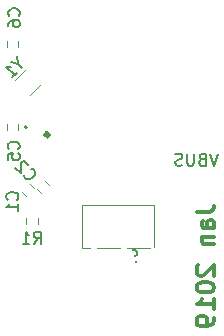
<source format=gbo>
G04 #@! TF.GenerationSoftware,KiCad,Pcbnew,5.0.1*
G04 #@! TF.CreationDate,2019-03-20T13:07:10-07:00*
G04 #@! TF.ProjectId,pmod-samd21-usbu-pth,706D6F642D73616D6432312D75736275,rev?*
G04 #@! TF.SameCoordinates,PX8825afcPY9e4f580*
G04 #@! TF.FileFunction,Legend,Bot*
G04 #@! TF.FilePolarity,Positive*
%FSLAX46Y46*%
G04 Gerber Fmt 4.6, Leading zero omitted, Abs format (unit mm)*
G04 Created by KiCad (PCBNEW 5.0.1) date Wed 20 Mar 2019 01:07:10 PM PDT*
%MOMM*%
%LPD*%
G01*
G04 APERTURE LIST*
%ADD10C,0.300000*%
%ADD11C,0.170000*%
%ADD12C,0.400000*%
%ADD13C,0.120000*%
%ADD14C,0.150000*%
%ADD15O,1.802000X2.642000*%
%ADD16C,0.652000*%
%ADD17O,2.302000X1.602000*%
%ADD18C,0.402000*%
%ADD19C,0.100000*%
%ADD20C,1.102000*%
%ADD21C,0.602000*%
%ADD22R,0.602000X0.702000*%
%ADD23R,0.702000X0.502000*%
%ADD24R,2.282000X1.702000*%
%ADD25C,1.602000*%
G04 APERTURE END LIST*
D10*
X16298171Y10195829D02*
X17369600Y10195829D01*
X17583885Y10267258D01*
X17726742Y10410115D01*
X17798171Y10624400D01*
X17798171Y10767258D01*
X17798171Y8838686D02*
X17012457Y8838686D01*
X16869600Y8910115D01*
X16798171Y9052972D01*
X16798171Y9338686D01*
X16869600Y9481543D01*
X17726742Y8838686D02*
X17798171Y8981543D01*
X17798171Y9338686D01*
X17726742Y9481543D01*
X17583885Y9552972D01*
X17441028Y9552972D01*
X17298171Y9481543D01*
X17226742Y9338686D01*
X17226742Y8981543D01*
X17155314Y8838686D01*
X16798171Y8124400D02*
X17798171Y8124400D01*
X16941028Y8124400D02*
X16869600Y8052972D01*
X16798171Y7910115D01*
X16798171Y7695829D01*
X16869600Y7552972D01*
X17012457Y7481543D01*
X17798171Y7481543D01*
X16441028Y5695829D02*
X16369600Y5624400D01*
X16298171Y5481543D01*
X16298171Y5124400D01*
X16369600Y4981543D01*
X16441028Y4910115D01*
X16583885Y4838686D01*
X16726742Y4838686D01*
X16941028Y4910115D01*
X17798171Y5767258D01*
X17798171Y4838686D01*
X16298171Y3910115D02*
X16298171Y3767258D01*
X16369600Y3624400D01*
X16441028Y3552972D01*
X16583885Y3481543D01*
X16869600Y3410115D01*
X17226742Y3410115D01*
X17512457Y3481543D01*
X17655314Y3552972D01*
X17726742Y3624400D01*
X17798171Y3767258D01*
X17798171Y3910115D01*
X17726742Y4052972D01*
X17655314Y4124400D01*
X17512457Y4195829D01*
X17226742Y4267258D01*
X16869600Y4267258D01*
X16583885Y4195829D01*
X16441028Y4124400D01*
X16369600Y4052972D01*
X16298171Y3910115D01*
X17798171Y1981543D02*
X17798171Y2838686D01*
X17798171Y2410115D02*
X16298171Y2410115D01*
X16512457Y2552972D01*
X16655314Y2695829D01*
X16726742Y2838686D01*
X17798171Y1267258D02*
X17798171Y981543D01*
X17726742Y838686D01*
X17655314Y767258D01*
X17441028Y624400D01*
X17155314Y552972D01*
X16583885Y552972D01*
X16441028Y624400D01*
X16369600Y695829D01*
X16298171Y838686D01*
X16298171Y1124400D01*
X16369600Y1267258D01*
X16441028Y1338686D01*
X16583885Y1410115D01*
X16941028Y1410115D01*
X17083885Y1338686D01*
X17155314Y1267258D01*
X17226742Y1124400D01*
X17226742Y838686D01*
X17155314Y695829D01*
X17083885Y624400D01*
X16941028Y552972D01*
D11*
G04 #@! TO.C,U1*
X1929233Y17402204D02*
G75*
G03X1929233Y17402204I-100000J0D01*
G01*
D12*
X3760769Y16764393D02*
G75*
G03X3760769Y16764393I-126999J0D01*
G01*
D13*
G04 #@! TO.C,Y1*
X923284Y21361421D02*
X1877879Y22316016D01*
X2160721Y20123984D02*
X3115316Y21078579D01*
G04 #@! TO.C,C1*
X1863737Y11566883D02*
X1510183Y11920437D01*
X2174863Y12585117D02*
X2528417Y12231563D01*
G04 #@! TO.C,C2*
X3133737Y11820883D02*
X2780183Y12174437D01*
X3444863Y12839117D02*
X3798417Y12485563D01*
G04 #@! TO.C,C5*
X1219300Y17660000D02*
X1219300Y17160000D01*
X279300Y17160000D02*
X279300Y17660000D01*
G04 #@! TO.C,C6*
X1219300Y24730000D02*
X1219300Y24230000D01*
X279300Y24230000D02*
X279300Y24730000D01*
G04 #@! TO.C,R1*
X2917600Y9697100D02*
X2917600Y9197100D01*
X1857600Y9197100D02*
X1857600Y9697100D01*
G04 #@! TO.C,S1*
X6579300Y7190000D02*
X12699300Y7190000D01*
X12699300Y7190000D02*
X12699300Y10810000D01*
X12699300Y10810000D02*
X6579300Y10810000D01*
X6579300Y10810000D02*
X6579300Y7190000D01*
G04 #@! TO.C,Y1*
D14*
X1196181Y22792755D02*
X1532899Y22456037D01*
X1061494Y23398846D02*
X1196181Y22792755D01*
X590090Y22927442D01*
X691105Y21614244D02*
X1095166Y22018305D01*
X893135Y21816274D02*
X186029Y22523381D01*
X354387Y22489709D01*
X489074Y22489709D01*
X590090Y22523381D01*
G04 #@! TO.C,C1*
X1106442Y11277467D02*
X1154061Y11325086D01*
X1201680Y11467943D01*
X1201680Y11563181D01*
X1154061Y11706039D01*
X1058823Y11801277D01*
X963585Y11848896D01*
X773109Y11896515D01*
X630252Y11896515D01*
X439776Y11848896D01*
X344538Y11801277D01*
X249300Y11706039D01*
X201680Y11563181D01*
X201680Y11467943D01*
X249300Y11325086D01*
X296919Y11277467D01*
X1201680Y10325086D02*
X1201680Y10896515D01*
X1201680Y10610800D02*
X201680Y10610800D01*
X344538Y10706039D01*
X439776Y10801277D01*
X487395Y10896515D01*
G04 #@! TO.C,C2*
X1706812Y13318511D02*
X1706812Y13251168D01*
X1774156Y13116481D01*
X1841500Y13049137D01*
X1976187Y12981794D01*
X2110874Y12981794D01*
X2211889Y13015465D01*
X2380248Y13116481D01*
X2481263Y13217496D01*
X2582278Y13385855D01*
X2615950Y13486870D01*
X2615950Y13621557D01*
X2548606Y13756244D01*
X2481263Y13823588D01*
X2346576Y13890931D01*
X2279232Y13890931D01*
X2009858Y14160305D02*
X2009858Y14227649D01*
X1976187Y14328664D01*
X1807828Y14497023D01*
X1706812Y14530694D01*
X1639469Y14530694D01*
X1538454Y14497023D01*
X1471110Y14429679D01*
X1403767Y14294992D01*
X1403767Y13486870D01*
X966034Y13924603D01*
G04 #@! TO.C,C5*
X1220742Y15557367D02*
X1268361Y15604986D01*
X1315980Y15747843D01*
X1315980Y15843081D01*
X1268361Y15985939D01*
X1173123Y16081177D01*
X1077885Y16128796D01*
X887409Y16176415D01*
X744552Y16176415D01*
X554076Y16128796D01*
X458838Y16081177D01*
X363600Y15985939D01*
X315980Y15843081D01*
X315980Y15747843D01*
X363600Y15604986D01*
X411219Y15557367D01*
X315980Y14652605D02*
X315980Y15128796D01*
X792171Y15176415D01*
X744552Y15128796D01*
X696933Y15033558D01*
X696933Y14795462D01*
X744552Y14700224D01*
X792171Y14652605D01*
X887409Y14604986D01*
X1125504Y14604986D01*
X1220742Y14652605D01*
X1268361Y14700224D01*
X1315980Y14795462D01*
X1315980Y15033558D01*
X1268361Y15128796D01*
X1220742Y15176415D01*
G04 #@! TO.C,C6*
X1246142Y26834967D02*
X1293761Y26882586D01*
X1341380Y27025443D01*
X1341380Y27120681D01*
X1293761Y27263539D01*
X1198523Y27358777D01*
X1103285Y27406396D01*
X912809Y27454015D01*
X769952Y27454015D01*
X579476Y27406396D01*
X484238Y27358777D01*
X389000Y27263539D01*
X341380Y27120681D01*
X341380Y27025443D01*
X389000Y26882586D01*
X436619Y26834967D01*
X341380Y25977824D02*
X341380Y26168300D01*
X389000Y26263539D01*
X436619Y26311158D01*
X579476Y26406396D01*
X769952Y26454015D01*
X1150904Y26454015D01*
X1246142Y26406396D01*
X1293761Y26358777D01*
X1341380Y26263539D01*
X1341380Y26073062D01*
X1293761Y25977824D01*
X1246142Y25930205D01*
X1150904Y25882586D01*
X912809Y25882586D01*
X817571Y25930205D01*
X769952Y25977824D01*
X722333Y26073062D01*
X722333Y26263539D01*
X769952Y26358777D01*
X817571Y26406396D01*
X912809Y26454015D01*
G04 #@! TO.C,R1*
X2528866Y7546920D02*
X2862200Y8023110D01*
X3100295Y7546920D02*
X3100295Y8546920D01*
X2719342Y8546920D01*
X2624104Y8499300D01*
X2576485Y8451681D01*
X2528866Y8356443D01*
X2528866Y8213586D01*
X2576485Y8118348D01*
X2624104Y8070729D01*
X2719342Y8023110D01*
X3100295Y8023110D01*
X1576485Y7546920D02*
X2147914Y7546920D01*
X1862200Y7546920D02*
X1862200Y8546920D01*
X1957438Y8404062D01*
X2052676Y8308824D01*
X2147914Y8261205D01*
G04 #@! TO.C,S1*
X11297824Y6037459D02*
X11154967Y5989840D01*
X10916872Y5989840D01*
X10821634Y6037459D01*
X10774015Y6085078D01*
X10726396Y6180316D01*
X10726396Y6275554D01*
X10774015Y6370792D01*
X10821634Y6418411D01*
X10916872Y6466030D01*
X11107348Y6513649D01*
X11202586Y6561268D01*
X11250205Y6608887D01*
X11297824Y6704125D01*
X11297824Y6799363D01*
X11250205Y6894601D01*
X11202586Y6942220D01*
X11107348Y6989840D01*
X10869253Y6989840D01*
X10726396Y6942220D01*
X9774015Y5989840D02*
X10345443Y5989840D01*
X10059729Y5989840D02*
X10059729Y6989840D01*
X10154967Y6846982D01*
X10250205Y6751744D01*
X10345443Y6704125D01*
G04 #@! TO.C,TP1*
X18076633Y15153460D02*
X17743300Y14153460D01*
X17409966Y15153460D01*
X16743300Y14677269D02*
X16600442Y14629650D01*
X16552823Y14582031D01*
X16505204Y14486793D01*
X16505204Y14343936D01*
X16552823Y14248698D01*
X16600442Y14201079D01*
X16695680Y14153460D01*
X17076633Y14153460D01*
X17076633Y15153460D01*
X16743300Y15153460D01*
X16648061Y15105840D01*
X16600442Y15058221D01*
X16552823Y14962983D01*
X16552823Y14867745D01*
X16600442Y14772507D01*
X16648061Y14724888D01*
X16743300Y14677269D01*
X17076633Y14677269D01*
X16076633Y15153460D02*
X16076633Y14343936D01*
X16029014Y14248698D01*
X15981395Y14201079D01*
X15886157Y14153460D01*
X15695680Y14153460D01*
X15600442Y14201079D01*
X15552823Y14248698D01*
X15505204Y14343936D01*
X15505204Y15153460D01*
X15076633Y14201079D02*
X14933776Y14153460D01*
X14695680Y14153460D01*
X14600442Y14201079D01*
X14552823Y14248698D01*
X14505204Y14343936D01*
X14505204Y14439174D01*
X14552823Y14534412D01*
X14600442Y14582031D01*
X14695680Y14629650D01*
X14886157Y14677269D01*
X14981395Y14724888D01*
X15029014Y14772507D01*
X15076633Y14867745D01*
X15076633Y14962983D01*
X15029014Y15058221D01*
X14981395Y15105840D01*
X14886157Y15153460D01*
X14648061Y15153460D01*
X14505204Y15105840D01*
G04 #@! TD*
%LPC*%
D15*
G04 #@! TO.C,J2*
X2539300Y2580000D03*
X2539300Y5920000D03*
X5079300Y2580000D03*
X5079300Y5920000D03*
X7619300Y2580000D03*
X7619300Y5920000D03*
X10159300Y2580000D03*
X10159300Y5920000D03*
X12699300Y2580000D03*
X12699300Y5920000D03*
X15239300Y2580000D03*
X15239300Y5920000D03*
G04 #@! TD*
G04 #@! TO.C,J1*
X2539300Y24630000D03*
X2539300Y27970000D03*
X5079300Y24630000D03*
X5079300Y27970000D03*
X7619300Y24630000D03*
X7619300Y27970000D03*
X10159300Y24630000D03*
X10159300Y27970000D03*
X12699300Y24630000D03*
X12699300Y27970000D03*
X15239300Y24630000D03*
X15239300Y27970000D03*
G04 #@! TD*
D16*
G04 #@! TO.C,J3*
X14010860Y14782620D03*
X14010860Y18782620D03*
D17*
X12690860Y13182620D03*
X16160860Y13182620D03*
X12690860Y20382620D03*
X16160860Y20382620D03*
G04 #@! TD*
D18*
G04 #@! TO.C,U1*
X2184908Y17800305D03*
D19*
G36*
X2875751Y17393719D02*
X2591494Y17109462D01*
X1494065Y18206891D01*
X1778322Y18491148D01*
X2875751Y17393719D01*
X2875751Y17393719D01*
G37*
D18*
X2538461Y18153858D03*
D19*
G36*
X3229304Y17747272D02*
X2945047Y17463015D01*
X1847618Y18560444D01*
X2131875Y18844701D01*
X3229304Y17747272D01*
X3229304Y17747272D01*
G37*
D18*
X2892015Y18507412D03*
D19*
G36*
X3582858Y18100826D02*
X3298601Y17816569D01*
X2201172Y18913998D01*
X2485429Y19198255D01*
X3582858Y18100826D01*
X3582858Y18100826D01*
G37*
D18*
X3245568Y18860965D03*
D19*
G36*
X3936411Y18454379D02*
X3652154Y18170122D01*
X2554725Y19267551D01*
X2838982Y19551808D01*
X3936411Y18454379D01*
X3936411Y18454379D01*
G37*
D18*
X3599121Y19214518D03*
D19*
G36*
X4289964Y18807932D02*
X4005707Y18523675D01*
X2908278Y19621104D01*
X3192535Y19905361D01*
X4289964Y18807932D01*
X4289964Y18807932D01*
G37*
D18*
X3952675Y19568072D03*
D19*
G36*
X4643518Y19161486D02*
X4359261Y18877229D01*
X3261832Y19974658D01*
X3546089Y20258915D01*
X4643518Y19161486D01*
X4643518Y19161486D01*
G37*
D18*
X4306228Y19921625D03*
D19*
G36*
X4997071Y19515039D02*
X4712814Y19230782D01*
X3615385Y20328211D01*
X3899642Y20612468D01*
X4997071Y19515039D01*
X4997071Y19515039D01*
G37*
D18*
X4659782Y20275179D03*
D19*
G36*
X5350625Y19868593D02*
X5066368Y19584336D01*
X3968939Y20681765D01*
X4253196Y20966022D01*
X5350625Y19868593D01*
X5350625Y19868593D01*
G37*
D18*
X5013335Y20628732D03*
D19*
G36*
X5704178Y20222146D02*
X5419921Y19937889D01*
X4322492Y21035318D01*
X4606749Y21319575D01*
X5704178Y20222146D01*
X5704178Y20222146D01*
G37*
D18*
X5720442Y21335839D03*
D19*
G36*
X6411285Y20929253D02*
X6127028Y20644996D01*
X5029599Y21742425D01*
X5313856Y22026682D01*
X6411285Y20929253D01*
X6411285Y20929253D01*
G37*
D18*
X6073995Y21689392D03*
D19*
G36*
X6764838Y21282806D02*
X6480581Y20998549D01*
X5383152Y22095978D01*
X5667409Y22380235D01*
X6764838Y21282806D01*
X6764838Y21282806D01*
G37*
D18*
X8124605Y21689392D03*
D19*
G36*
X7718019Y20998549D02*
X7433762Y21282806D01*
X8531191Y22380235D01*
X8815448Y22095978D01*
X7718019Y20998549D01*
X7718019Y20998549D01*
G37*
D18*
X8478158Y21335839D03*
D19*
G36*
X8071572Y20644996D02*
X7787315Y20929253D01*
X8884744Y22026682D01*
X9169001Y21742425D01*
X8071572Y20644996D01*
X8071572Y20644996D01*
G37*
D18*
X8831712Y20982285D03*
D19*
G36*
X8425126Y20291442D02*
X8140869Y20575699D01*
X9238298Y21673128D01*
X9522555Y21388871D01*
X8425126Y20291442D01*
X8425126Y20291442D01*
G37*
D18*
X9185265Y20628732D03*
D19*
G36*
X8778679Y19937889D02*
X8494422Y20222146D01*
X9591851Y21319575D01*
X9876108Y21035318D01*
X8778679Y19937889D01*
X8778679Y19937889D01*
G37*
D18*
X9538818Y20275179D03*
D19*
G36*
X9945404Y20966022D02*
X10229661Y20681765D01*
X9132232Y19584336D01*
X8847975Y19868593D01*
X9945404Y20966022D01*
X9945404Y20966022D01*
G37*
D18*
X9892372Y19921625D03*
D19*
G36*
X9485786Y19230782D02*
X9201529Y19515039D01*
X10298958Y20612468D01*
X10583215Y20328211D01*
X9485786Y19230782D01*
X9485786Y19230782D01*
G37*
D18*
X10245925Y19568072D03*
D19*
G36*
X10652511Y20258915D02*
X10936768Y19974658D01*
X9839339Y18877229D01*
X9555082Y19161486D01*
X10652511Y20258915D01*
X10652511Y20258915D01*
G37*
D18*
X10599479Y19214518D03*
D19*
G36*
X11006065Y19905361D02*
X11290322Y19621104D01*
X10192893Y18523675D01*
X9908636Y18807932D01*
X11006065Y19905361D01*
X11006065Y19905361D01*
G37*
D18*
X10953032Y18860965D03*
D19*
G36*
X11359618Y19551808D02*
X11643875Y19267551D01*
X10546446Y18170122D01*
X10262189Y18454379D01*
X11359618Y19551808D01*
X11359618Y19551808D01*
G37*
D18*
X11306585Y18507412D03*
D19*
G36*
X11713171Y19198255D02*
X11997428Y18913998D01*
X10899999Y17816569D01*
X10615742Y18100826D01*
X11713171Y19198255D01*
X11713171Y19198255D01*
G37*
D18*
X11660139Y18153858D03*
D19*
G36*
X12066725Y18844701D02*
X12350982Y18560444D01*
X11253553Y17463015D01*
X10969296Y17747272D01*
X12066725Y18844701D01*
X12066725Y18844701D01*
G37*
D18*
X12013692Y17800305D03*
D19*
G36*
X12420278Y18491148D02*
X12704535Y18206891D01*
X11607106Y17109462D01*
X11322849Y17393719D01*
X12420278Y18491148D01*
X12420278Y18491148D01*
G37*
D18*
X5366888Y20982285D03*
D19*
G36*
X6057731Y20575699D02*
X5773474Y20291442D01*
X4676045Y21388871D01*
X4960302Y21673128D01*
X6057731Y20575699D01*
X6057731Y20575699D01*
G37*
D18*
X11992479Y15770908D03*
D19*
G36*
X11301636Y16177494D02*
X11585893Y16461751D01*
X12683322Y15364322D01*
X12399065Y15080065D01*
X11301636Y16177494D01*
X11301636Y16177494D01*
G37*
D18*
X11660139Y15396142D03*
D19*
G36*
X10969296Y15802728D02*
X11253553Y16086985D01*
X12350982Y14989556D01*
X12066725Y14705299D01*
X10969296Y15802728D01*
X10969296Y15802728D01*
G37*
D18*
X11306585Y15042588D03*
D19*
G36*
X10615742Y15449174D02*
X10899999Y15733431D01*
X11997428Y14636002D01*
X11713171Y14351745D01*
X10615742Y15449174D01*
X10615742Y15449174D01*
G37*
D18*
X10953032Y14689035D03*
D19*
G36*
X10262189Y15095621D02*
X10546446Y15379878D01*
X11643875Y14282449D01*
X11359618Y13998192D01*
X10262189Y15095621D01*
X10262189Y15095621D01*
G37*
D18*
X10599479Y14335482D03*
D19*
G36*
X9908636Y14742068D02*
X10192893Y15026325D01*
X11290322Y13928896D01*
X11006065Y13644639D01*
X9908636Y14742068D01*
X9908636Y14742068D01*
G37*
D18*
X10245925Y13981928D03*
D19*
G36*
X9555082Y14388514D02*
X9839339Y14672771D01*
X10936768Y13575342D01*
X10652511Y13291085D01*
X9555082Y14388514D01*
X9555082Y14388514D01*
G37*
D18*
X9892372Y13628375D03*
D19*
G36*
X9201529Y14034961D02*
X9485786Y14319218D01*
X10583215Y13221789D01*
X10298958Y12937532D01*
X9201529Y14034961D01*
X9201529Y14034961D01*
G37*
D18*
X9538818Y13274821D03*
D19*
G36*
X8847975Y13681407D02*
X9132232Y13965664D01*
X10229661Y12868235D01*
X9945404Y12583978D01*
X8847975Y13681407D01*
X8847975Y13681407D01*
G37*
D18*
X9185265Y12921268D03*
D19*
G36*
X8494422Y13327854D02*
X8778679Y13612111D01*
X9876108Y12514682D01*
X9591851Y12230425D01*
X8494422Y13327854D01*
X8494422Y13327854D01*
G37*
D18*
X8478158Y12214161D03*
D19*
G36*
X7787315Y12620747D02*
X8071572Y12905004D01*
X9169001Y11807575D01*
X8884744Y11523318D01*
X7787315Y12620747D01*
X7787315Y12620747D01*
G37*
D18*
X8124605Y11860608D03*
D19*
G36*
X7433762Y12267194D02*
X7718019Y12551451D01*
X8815448Y11454022D01*
X8531191Y11169765D01*
X7433762Y12267194D01*
X7433762Y12267194D01*
G37*
D18*
X8831712Y12567715D03*
D19*
G36*
X8140869Y12974301D02*
X8425126Y13258558D01*
X9522555Y12161129D01*
X9238298Y11876872D01*
X8140869Y12974301D01*
X8140869Y12974301D01*
G37*
D18*
X6073995Y11860608D03*
D19*
G36*
X6480581Y12551451D02*
X6764838Y12267194D01*
X5667409Y11169765D01*
X5383152Y11454022D01*
X6480581Y12551451D01*
X6480581Y12551451D01*
G37*
D18*
X5720442Y12214161D03*
D19*
G36*
X6127028Y12905004D02*
X6411285Y12620747D01*
X5313856Y11523318D01*
X5029599Y11807575D01*
X6127028Y12905004D01*
X6127028Y12905004D01*
G37*
D18*
X5366888Y12567715D03*
D19*
G36*
X5773474Y13258558D02*
X6057731Y12974301D01*
X4960302Y11876872D01*
X4676045Y12161129D01*
X5773474Y13258558D01*
X5773474Y13258558D01*
G37*
D18*
X5013335Y12921268D03*
D19*
G36*
X5419921Y13612111D02*
X5704178Y13327854D01*
X4606749Y12230425D01*
X4322492Y12514682D01*
X5419921Y13612111D01*
X5419921Y13612111D01*
G37*
D18*
X4659782Y13274821D03*
D19*
G36*
X5066368Y13965664D02*
X5350625Y13681407D01*
X4253196Y12583978D01*
X3968939Y12868235D01*
X5066368Y13965664D01*
X5066368Y13965664D01*
G37*
D18*
X4306228Y13628375D03*
D19*
G36*
X4712814Y14319218D02*
X4997071Y14034961D01*
X3899642Y12937532D01*
X3615385Y13221789D01*
X4712814Y14319218D01*
X4712814Y14319218D01*
G37*
D18*
X3952675Y13981928D03*
D19*
G36*
X3546089Y13291085D02*
X3261832Y13575342D01*
X4359261Y14672771D01*
X4643518Y14388514D01*
X3546089Y13291085D01*
X3546089Y13291085D01*
G37*
D18*
X3599121Y14335482D03*
D19*
G36*
X3192535Y13644639D02*
X2908278Y13928896D01*
X4005707Y15026325D01*
X4289964Y14742068D01*
X3192535Y13644639D01*
X3192535Y13644639D01*
G37*
D18*
X3245568Y14689035D03*
D19*
G36*
X2838982Y13998192D02*
X2554725Y14282449D01*
X3652154Y15379878D01*
X3936411Y15095621D01*
X2838982Y13998192D01*
X2838982Y13998192D01*
G37*
D18*
X2892015Y15042588D03*
D19*
G36*
X2485429Y14351745D02*
X2201172Y14636002D01*
X3298601Y15733431D01*
X3582858Y15449174D01*
X2485429Y14351745D01*
X2485429Y14351745D01*
G37*
D18*
X2538461Y15396142D03*
D19*
G36*
X2131875Y14705299D02*
X1847618Y14989556D01*
X2945047Y16086985D01*
X3229304Y15802728D01*
X2131875Y14705299D01*
X2131875Y14705299D01*
G37*
D18*
X2184908Y15749695D03*
D19*
G36*
X1778322Y15058852D02*
X1494065Y15343109D01*
X2591494Y16440538D01*
X2875751Y16156281D01*
X1778322Y15058852D01*
X1778322Y15058852D01*
G37*
G04 #@! TD*
D20*
G04 #@! TO.C,Y1*
X2903183Y22103883D03*
D19*
G36*
X3186026Y21041809D02*
X1841109Y22386726D01*
X2620340Y23165957D01*
X3965257Y21821040D01*
X3186026Y21041809D01*
X3186026Y21041809D01*
G37*
D20*
X1135417Y20336117D03*
D19*
G36*
X1418260Y19274043D02*
X73343Y20618960D01*
X852574Y21398191D01*
X2197491Y20053274D01*
X1418260Y19274043D01*
X1418260Y19274043D01*
G37*
G04 #@! TD*
D21*
G04 #@! TO.C,C1*
X1630391Y12464909D03*
D19*
G36*
X1169357Y12500264D02*
X1595036Y12925943D01*
X2091425Y12429554D01*
X1665746Y12003875D01*
X1169357Y12500264D01*
X1169357Y12500264D01*
G37*
D21*
X2408209Y11687091D03*
D19*
G36*
X1947175Y11722446D02*
X2372854Y12148125D01*
X2869243Y11651736D01*
X2443564Y11226057D01*
X1947175Y11722446D01*
X1947175Y11722446D01*
G37*
G04 #@! TD*
D21*
G04 #@! TO.C,C2*
X2900391Y12718909D03*
D19*
G36*
X2439357Y12754264D02*
X2865036Y13179943D01*
X3361425Y12683554D01*
X2935746Y12257875D01*
X2439357Y12754264D01*
X2439357Y12754264D01*
G37*
D21*
X3678209Y11941091D03*
D19*
G36*
X3217175Y11976446D02*
X3642854Y12402125D01*
X4139243Y11905736D01*
X3713564Y11480057D01*
X3217175Y11976446D01*
X3217175Y11976446D01*
G37*
G04 #@! TD*
D22*
G04 #@! TO.C,C5*
X749300Y16860000D03*
X749300Y17960000D03*
G04 #@! TD*
G04 #@! TO.C,C6*
X749300Y23930000D03*
X749300Y25030000D03*
G04 #@! TD*
D23*
G04 #@! TO.C,R1*
X2387600Y8997100D03*
X2387600Y9897100D03*
G04 #@! TD*
D24*
G04 #@! TO.C,S1*
X5049300Y9000000D03*
X14229300Y9000000D03*
G04 #@! TD*
D25*
G04 #@! TO.C,TP1*
X16497300Y16902000D03*
G04 #@! TD*
M02*

</source>
